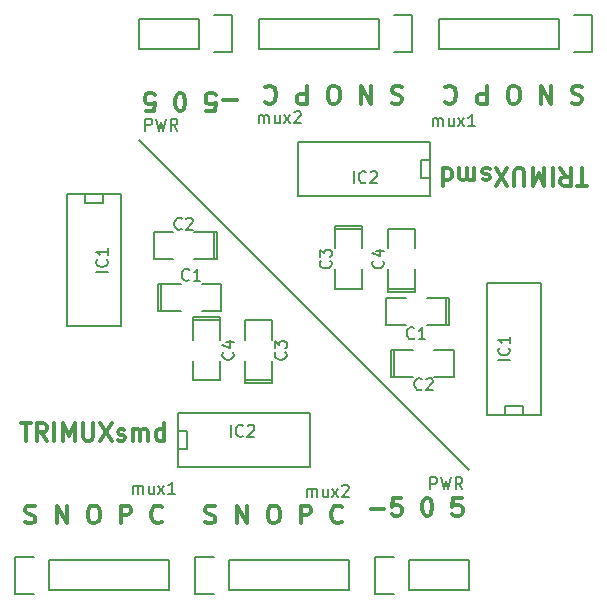
<source format=gto>
G04 #@! TF.FileFunction,Legend,Top*
%FSLAX46Y46*%
G04 Gerber Fmt 4.6, Leading zero omitted, Abs format (unit mm)*
G04 Created by KiCad (PCBNEW 4.0.5) date 03/25/17 21:50:00*
%MOMM*%
%LPD*%
G01*
G04 APERTURE LIST*
%ADD10C,0.100000*%
%ADD11C,0.300000*%
%ADD12C,0.200000*%
%ADD13C,0.150000*%
G04 APERTURE END LIST*
D10*
D11*
X102432714Y-55082357D02*
X102218428Y-55010929D01*
X101861285Y-55010929D01*
X101718428Y-55082357D01*
X101646999Y-55153786D01*
X101575571Y-55296643D01*
X101575571Y-55439500D01*
X101646999Y-55582357D01*
X101718428Y-55653786D01*
X101861285Y-55725214D01*
X102146999Y-55796643D01*
X102289857Y-55868071D01*
X102361285Y-55939500D01*
X102432714Y-56082357D01*
X102432714Y-56225214D01*
X102361285Y-56368071D01*
X102289857Y-56439500D01*
X102146999Y-56510929D01*
X101789857Y-56510929D01*
X101575571Y-56439500D01*
X99789857Y-55010929D02*
X99789857Y-56510929D01*
X98932714Y-55010929D01*
X98932714Y-56510929D01*
X96789857Y-56510929D02*
X96504143Y-56510929D01*
X96361285Y-56439500D01*
X96218428Y-56296643D01*
X96147000Y-56010929D01*
X96147000Y-55510929D01*
X96218428Y-55225214D01*
X96361285Y-55082357D01*
X96504143Y-55010929D01*
X96789857Y-55010929D01*
X96932714Y-55082357D01*
X97075571Y-55225214D01*
X97147000Y-55510929D01*
X97147000Y-56010929D01*
X97075571Y-56296643D01*
X96932714Y-56439500D01*
X96789857Y-56510929D01*
X94361285Y-55010929D02*
X94361285Y-56510929D01*
X93789857Y-56510929D01*
X93646999Y-56439500D01*
X93575571Y-56368071D01*
X93504142Y-56225214D01*
X93504142Y-56010929D01*
X93575571Y-55868071D01*
X93646999Y-55796643D01*
X93789857Y-55725214D01*
X94361285Y-55725214D01*
X90861285Y-55153786D02*
X90932714Y-55082357D01*
X91147000Y-55010929D01*
X91289857Y-55010929D01*
X91504142Y-55082357D01*
X91647000Y-55225214D01*
X91718428Y-55368071D01*
X91789857Y-55653786D01*
X91789857Y-55868071D01*
X91718428Y-56153786D01*
X91647000Y-56296643D01*
X91504142Y-56439500D01*
X91289857Y-56510929D01*
X91147000Y-56510929D01*
X90932714Y-56439500D01*
X90861285Y-56368071D01*
X87192714Y-55082357D02*
X86978428Y-55010929D01*
X86621285Y-55010929D01*
X86478428Y-55082357D01*
X86406999Y-55153786D01*
X86335571Y-55296643D01*
X86335571Y-55439500D01*
X86406999Y-55582357D01*
X86478428Y-55653786D01*
X86621285Y-55725214D01*
X86906999Y-55796643D01*
X87049857Y-55868071D01*
X87121285Y-55939500D01*
X87192714Y-56082357D01*
X87192714Y-56225214D01*
X87121285Y-56368071D01*
X87049857Y-56439500D01*
X86906999Y-56510929D01*
X86549857Y-56510929D01*
X86335571Y-56439500D01*
X84549857Y-55010929D02*
X84549857Y-56510929D01*
X83692714Y-55010929D01*
X83692714Y-56510929D01*
X81549857Y-56510929D02*
X81264143Y-56510929D01*
X81121285Y-56439500D01*
X80978428Y-56296643D01*
X80907000Y-56010929D01*
X80907000Y-55510929D01*
X80978428Y-55225214D01*
X81121285Y-55082357D01*
X81264143Y-55010929D01*
X81549857Y-55010929D01*
X81692714Y-55082357D01*
X81835571Y-55225214D01*
X81907000Y-55510929D01*
X81907000Y-56010929D01*
X81835571Y-56296643D01*
X81692714Y-56439500D01*
X81549857Y-56510929D01*
X79121285Y-55010929D02*
X79121285Y-56510929D01*
X78549857Y-56510929D01*
X78406999Y-56439500D01*
X78335571Y-56368071D01*
X78264142Y-56225214D01*
X78264142Y-56010929D01*
X78335571Y-55868071D01*
X78406999Y-55796643D01*
X78549857Y-55725214D01*
X79121285Y-55725214D01*
X75621285Y-55153786D02*
X75692714Y-55082357D01*
X75907000Y-55010929D01*
X76049857Y-55010929D01*
X76264142Y-55082357D01*
X76407000Y-55225214D01*
X76478428Y-55368071D01*
X76549857Y-55653786D01*
X76549857Y-55868071D01*
X76478428Y-56153786D01*
X76407000Y-56296643D01*
X76264142Y-56439500D01*
X76049857Y-56510929D01*
X75907000Y-56510929D01*
X75692714Y-56439500D01*
X75621285Y-56368071D01*
X73199142Y-56217357D02*
X72056285Y-56217357D01*
X70627713Y-57145929D02*
X71341999Y-57145929D01*
X71413428Y-56431643D01*
X71341999Y-56503071D01*
X71199142Y-56574500D01*
X70841999Y-56574500D01*
X70699142Y-56503071D01*
X70627713Y-56431643D01*
X70556285Y-56288786D01*
X70556285Y-55931643D01*
X70627713Y-55788786D01*
X70699142Y-55717357D01*
X70841999Y-55645929D01*
X71199142Y-55645929D01*
X71341999Y-55717357D01*
X71413428Y-55788786D01*
X68484857Y-57145929D02*
X68342000Y-57145929D01*
X68199143Y-57074500D01*
X68127714Y-57003071D01*
X68056285Y-56860214D01*
X67984857Y-56574500D01*
X67984857Y-56217357D01*
X68056285Y-55931643D01*
X68127714Y-55788786D01*
X68199143Y-55717357D01*
X68342000Y-55645929D01*
X68484857Y-55645929D01*
X68627714Y-55717357D01*
X68699143Y-55788786D01*
X68770571Y-55931643D01*
X68842000Y-56217357D01*
X68842000Y-56574500D01*
X68770571Y-56860214D01*
X68699143Y-57003071D01*
X68627714Y-57074500D01*
X68484857Y-57145929D01*
X65484857Y-57145929D02*
X66199143Y-57145929D01*
X66270572Y-56431643D01*
X66199143Y-56503071D01*
X66056286Y-56574500D01*
X65699143Y-56574500D01*
X65556286Y-56503071D01*
X65484857Y-56431643D01*
X65413429Y-56288786D01*
X65413429Y-55931643D01*
X65484857Y-55788786D01*
X65556286Y-55717357D01*
X65699143Y-55645929D01*
X66056286Y-55645929D01*
X66199143Y-55717357D01*
X66270572Y-55788786D01*
X102825572Y-63495929D02*
X101968429Y-63495929D01*
X102397000Y-61995929D02*
X102397000Y-63495929D01*
X100611286Y-61995929D02*
X101111286Y-62710214D01*
X101468429Y-61995929D02*
X101468429Y-63495929D01*
X100897001Y-63495929D01*
X100754143Y-63424500D01*
X100682715Y-63353071D01*
X100611286Y-63210214D01*
X100611286Y-62995929D01*
X100682715Y-62853071D01*
X100754143Y-62781643D01*
X100897001Y-62710214D01*
X101468429Y-62710214D01*
X99968429Y-61995929D02*
X99968429Y-63495929D01*
X99254143Y-61995929D02*
X99254143Y-63495929D01*
X98754143Y-62424500D01*
X98254143Y-63495929D01*
X98254143Y-61995929D01*
X97539857Y-63495929D02*
X97539857Y-62281643D01*
X97468429Y-62138786D01*
X97397000Y-62067357D01*
X97254143Y-61995929D01*
X96968429Y-61995929D01*
X96825571Y-62067357D01*
X96754143Y-62138786D01*
X96682714Y-62281643D01*
X96682714Y-63495929D01*
X96111285Y-63495929D02*
X95111285Y-61995929D01*
X95111285Y-63495929D02*
X96111285Y-61995929D01*
X94611286Y-62067357D02*
X94468429Y-61995929D01*
X94182714Y-61995929D01*
X94039857Y-62067357D01*
X93968429Y-62210214D01*
X93968429Y-62281643D01*
X94039857Y-62424500D01*
X94182714Y-62495929D01*
X94397000Y-62495929D01*
X94539857Y-62567357D01*
X94611286Y-62710214D01*
X94611286Y-62781643D01*
X94539857Y-62924500D01*
X94397000Y-62995929D01*
X94182714Y-62995929D01*
X94039857Y-62924500D01*
X93325571Y-61995929D02*
X93325571Y-62995929D01*
X93325571Y-62853071D02*
X93254143Y-62924500D01*
X93111285Y-62995929D01*
X92897000Y-62995929D01*
X92754143Y-62924500D01*
X92682714Y-62781643D01*
X92682714Y-61995929D01*
X92682714Y-62781643D02*
X92611285Y-62924500D01*
X92468428Y-62995929D01*
X92254143Y-62995929D01*
X92111285Y-62924500D01*
X92039857Y-62781643D01*
X92039857Y-61995929D01*
X90682714Y-61995929D02*
X90682714Y-63495929D01*
X90682714Y-62067357D02*
X90825571Y-61995929D01*
X91111285Y-61995929D01*
X91254143Y-62067357D01*
X91325571Y-62138786D01*
X91397000Y-62281643D01*
X91397000Y-62710214D01*
X91325571Y-62853071D01*
X91254143Y-62924500D01*
X91111285Y-62995929D01*
X90825571Y-62995929D01*
X90682714Y-62924500D01*
D12*
X64897000Y-59626500D02*
X92837000Y-87566500D01*
D11*
X54908428Y-83570071D02*
X55765571Y-83570071D01*
X55337000Y-85070071D02*
X55337000Y-83570071D01*
X57122714Y-85070071D02*
X56622714Y-84355786D01*
X56265571Y-85070071D02*
X56265571Y-83570071D01*
X56836999Y-83570071D01*
X56979857Y-83641500D01*
X57051285Y-83712929D01*
X57122714Y-83855786D01*
X57122714Y-84070071D01*
X57051285Y-84212929D01*
X56979857Y-84284357D01*
X56836999Y-84355786D01*
X56265571Y-84355786D01*
X57765571Y-85070071D02*
X57765571Y-83570071D01*
X58479857Y-85070071D02*
X58479857Y-83570071D01*
X58979857Y-84641500D01*
X59479857Y-83570071D01*
X59479857Y-85070071D01*
X60194143Y-83570071D02*
X60194143Y-84784357D01*
X60265571Y-84927214D01*
X60337000Y-84998643D01*
X60479857Y-85070071D01*
X60765571Y-85070071D01*
X60908429Y-84998643D01*
X60979857Y-84927214D01*
X61051286Y-84784357D01*
X61051286Y-83570071D01*
X61622715Y-83570071D02*
X62622715Y-85070071D01*
X62622715Y-83570071D02*
X61622715Y-85070071D01*
X63122714Y-84998643D02*
X63265571Y-85070071D01*
X63551286Y-85070071D01*
X63694143Y-84998643D01*
X63765571Y-84855786D01*
X63765571Y-84784357D01*
X63694143Y-84641500D01*
X63551286Y-84570071D01*
X63337000Y-84570071D01*
X63194143Y-84498643D01*
X63122714Y-84355786D01*
X63122714Y-84284357D01*
X63194143Y-84141500D01*
X63337000Y-84070071D01*
X63551286Y-84070071D01*
X63694143Y-84141500D01*
X64408429Y-85070071D02*
X64408429Y-84070071D01*
X64408429Y-84212929D02*
X64479857Y-84141500D01*
X64622715Y-84070071D01*
X64837000Y-84070071D01*
X64979857Y-84141500D01*
X65051286Y-84284357D01*
X65051286Y-85070071D01*
X65051286Y-84284357D02*
X65122715Y-84141500D01*
X65265572Y-84070071D01*
X65479857Y-84070071D01*
X65622715Y-84141500D01*
X65694143Y-84284357D01*
X65694143Y-85070071D01*
X67051286Y-85070071D02*
X67051286Y-83570071D01*
X67051286Y-84998643D02*
X66908429Y-85070071D01*
X66622715Y-85070071D01*
X66479857Y-84998643D01*
X66408429Y-84927214D01*
X66337000Y-84784357D01*
X66337000Y-84355786D01*
X66408429Y-84212929D01*
X66479857Y-84141500D01*
X66622715Y-84070071D01*
X66908429Y-84070071D01*
X67051286Y-84141500D01*
X84534858Y-90848643D02*
X85677715Y-90848643D01*
X87106287Y-89920071D02*
X86392001Y-89920071D01*
X86320572Y-90634357D01*
X86392001Y-90562929D01*
X86534858Y-90491500D01*
X86892001Y-90491500D01*
X87034858Y-90562929D01*
X87106287Y-90634357D01*
X87177715Y-90777214D01*
X87177715Y-91134357D01*
X87106287Y-91277214D01*
X87034858Y-91348643D01*
X86892001Y-91420071D01*
X86534858Y-91420071D01*
X86392001Y-91348643D01*
X86320572Y-91277214D01*
X89249143Y-89920071D02*
X89392000Y-89920071D01*
X89534857Y-89991500D01*
X89606286Y-90062929D01*
X89677715Y-90205786D01*
X89749143Y-90491500D01*
X89749143Y-90848643D01*
X89677715Y-91134357D01*
X89606286Y-91277214D01*
X89534857Y-91348643D01*
X89392000Y-91420071D01*
X89249143Y-91420071D01*
X89106286Y-91348643D01*
X89034857Y-91277214D01*
X88963429Y-91134357D01*
X88892000Y-90848643D01*
X88892000Y-90491500D01*
X88963429Y-90205786D01*
X89034857Y-90062929D01*
X89106286Y-89991500D01*
X89249143Y-89920071D01*
X92249143Y-89920071D02*
X91534857Y-89920071D01*
X91463428Y-90634357D01*
X91534857Y-90562929D01*
X91677714Y-90491500D01*
X92034857Y-90491500D01*
X92177714Y-90562929D01*
X92249143Y-90634357D01*
X92320571Y-90777214D01*
X92320571Y-91134357D01*
X92249143Y-91277214D01*
X92177714Y-91348643D01*
X92034857Y-91420071D01*
X91677714Y-91420071D01*
X91534857Y-91348643D01*
X91463428Y-91277214D01*
X70541286Y-91983643D02*
X70755572Y-92055071D01*
X71112715Y-92055071D01*
X71255572Y-91983643D01*
X71327001Y-91912214D01*
X71398429Y-91769357D01*
X71398429Y-91626500D01*
X71327001Y-91483643D01*
X71255572Y-91412214D01*
X71112715Y-91340786D01*
X70827001Y-91269357D01*
X70684143Y-91197929D01*
X70612715Y-91126500D01*
X70541286Y-90983643D01*
X70541286Y-90840786D01*
X70612715Y-90697929D01*
X70684143Y-90626500D01*
X70827001Y-90555071D01*
X71184143Y-90555071D01*
X71398429Y-90626500D01*
X73184143Y-92055071D02*
X73184143Y-90555071D01*
X74041286Y-92055071D01*
X74041286Y-90555071D01*
X76184143Y-90555071D02*
X76469857Y-90555071D01*
X76612715Y-90626500D01*
X76755572Y-90769357D01*
X76827000Y-91055071D01*
X76827000Y-91555071D01*
X76755572Y-91840786D01*
X76612715Y-91983643D01*
X76469857Y-92055071D01*
X76184143Y-92055071D01*
X76041286Y-91983643D01*
X75898429Y-91840786D01*
X75827000Y-91555071D01*
X75827000Y-91055071D01*
X75898429Y-90769357D01*
X76041286Y-90626500D01*
X76184143Y-90555071D01*
X78612715Y-92055071D02*
X78612715Y-90555071D01*
X79184143Y-90555071D01*
X79327001Y-90626500D01*
X79398429Y-90697929D01*
X79469858Y-90840786D01*
X79469858Y-91055071D01*
X79398429Y-91197929D01*
X79327001Y-91269357D01*
X79184143Y-91340786D01*
X78612715Y-91340786D01*
X82112715Y-91912214D02*
X82041286Y-91983643D01*
X81827000Y-92055071D01*
X81684143Y-92055071D01*
X81469858Y-91983643D01*
X81327000Y-91840786D01*
X81255572Y-91697929D01*
X81184143Y-91412214D01*
X81184143Y-91197929D01*
X81255572Y-90912214D01*
X81327000Y-90769357D01*
X81469858Y-90626500D01*
X81684143Y-90555071D01*
X81827000Y-90555071D01*
X82041286Y-90626500D01*
X82112715Y-90697929D01*
X55301286Y-91983643D02*
X55515572Y-92055071D01*
X55872715Y-92055071D01*
X56015572Y-91983643D01*
X56087001Y-91912214D01*
X56158429Y-91769357D01*
X56158429Y-91626500D01*
X56087001Y-91483643D01*
X56015572Y-91412214D01*
X55872715Y-91340786D01*
X55587001Y-91269357D01*
X55444143Y-91197929D01*
X55372715Y-91126500D01*
X55301286Y-90983643D01*
X55301286Y-90840786D01*
X55372715Y-90697929D01*
X55444143Y-90626500D01*
X55587001Y-90555071D01*
X55944143Y-90555071D01*
X56158429Y-90626500D01*
X57944143Y-92055071D02*
X57944143Y-90555071D01*
X58801286Y-92055071D01*
X58801286Y-90555071D01*
X60944143Y-90555071D02*
X61229857Y-90555071D01*
X61372715Y-90626500D01*
X61515572Y-90769357D01*
X61587000Y-91055071D01*
X61587000Y-91555071D01*
X61515572Y-91840786D01*
X61372715Y-91983643D01*
X61229857Y-92055071D01*
X60944143Y-92055071D01*
X60801286Y-91983643D01*
X60658429Y-91840786D01*
X60587000Y-91555071D01*
X60587000Y-91055071D01*
X60658429Y-90769357D01*
X60801286Y-90626500D01*
X60944143Y-90555071D01*
X63372715Y-92055071D02*
X63372715Y-90555071D01*
X63944143Y-90555071D01*
X64087001Y-90626500D01*
X64158429Y-90697929D01*
X64229858Y-90840786D01*
X64229858Y-91055071D01*
X64158429Y-91197929D01*
X64087001Y-91269357D01*
X63944143Y-91340786D01*
X63372715Y-91340786D01*
X66872715Y-91912214D02*
X66801286Y-91983643D01*
X66587000Y-92055071D01*
X66444143Y-92055071D01*
X66229858Y-91983643D01*
X66087000Y-91840786D01*
X66015572Y-91697929D01*
X65944143Y-91412214D01*
X65944143Y-91197929D01*
X66015572Y-90912214D01*
X66087000Y-90769357D01*
X66229858Y-90626500D01*
X66444143Y-90555071D01*
X66587000Y-90555071D01*
X66801286Y-90626500D01*
X66872715Y-90697929D01*
D13*
X69977000Y-49339500D02*
X64897000Y-49339500D01*
X64897000Y-49339500D02*
X64897000Y-51879500D01*
X64897000Y-51879500D02*
X69977000Y-51879500D01*
X72797000Y-52159500D02*
X71247000Y-52159500D01*
X69977000Y-51879500D02*
X69977000Y-49339500D01*
X71247000Y-49059500D02*
X72797000Y-49059500D01*
X72797000Y-49059500D02*
X72797000Y-52159500D01*
X86487000Y-49059500D02*
X88037000Y-49059500D01*
X88037000Y-49059500D02*
X88037000Y-52159500D01*
X88037000Y-52159500D02*
X86487000Y-52159500D01*
X85217000Y-51879500D02*
X75057000Y-51879500D01*
X75057000Y-51879500D02*
X75057000Y-49339500D01*
X75057000Y-49339500D02*
X85217000Y-49339500D01*
X85217000Y-51879500D02*
X85217000Y-49339500D01*
X101727000Y-49059500D02*
X103277000Y-49059500D01*
X103277000Y-49059500D02*
X103277000Y-52159500D01*
X103277000Y-52159500D02*
X101727000Y-52159500D01*
X100457000Y-51879500D02*
X90297000Y-51879500D01*
X90297000Y-51879500D02*
X90297000Y-49339500D01*
X90297000Y-49339500D02*
X100457000Y-49339500D01*
X100457000Y-51879500D02*
X100457000Y-49339500D01*
X89535000Y-62801500D02*
X88773000Y-62801500D01*
X88773000Y-62801500D02*
X88773000Y-61277500D01*
X88773000Y-61277500D02*
X89535000Y-61277500D01*
X78359000Y-64325500D02*
X78359000Y-59753500D01*
X78359000Y-59753500D02*
X89535000Y-59753500D01*
X89535000Y-59753500D02*
X89535000Y-64325500D01*
X89535000Y-64325500D02*
X78359000Y-64325500D01*
X95885000Y-82867500D02*
X95885000Y-82105500D01*
X95885000Y-82105500D02*
X97409000Y-82105500D01*
X97409000Y-82105500D02*
X97409000Y-82867500D01*
X94361000Y-71691500D02*
X98933000Y-71691500D01*
X98933000Y-71691500D02*
X98933000Y-82867500D01*
X98933000Y-82867500D02*
X94361000Y-82867500D01*
X94361000Y-82867500D02*
X94361000Y-71691500D01*
X85979000Y-72199500D02*
X85979000Y-72453500D01*
X85979000Y-72453500D02*
X88265000Y-72453500D01*
X88265000Y-72453500D02*
X88265000Y-72199500D01*
X85979000Y-72199500D02*
X88265000Y-72199500D01*
X88265000Y-72199500D02*
X88265000Y-70548500D01*
X85979000Y-68770500D02*
X85979000Y-67119500D01*
X85979000Y-67119500D02*
X88265000Y-67119500D01*
X88265000Y-67119500D02*
X88265000Y-68770500D01*
X85979000Y-70548500D02*
X85979000Y-72199500D01*
X83820000Y-67119500D02*
X83820000Y-66865500D01*
X83820000Y-66865500D02*
X81534000Y-66865500D01*
X81534000Y-66865500D02*
X81534000Y-67119500D01*
X83820000Y-67119500D02*
X81534000Y-67119500D01*
X81534000Y-67119500D02*
X81534000Y-68770500D01*
X83820000Y-70548500D02*
X83820000Y-72199500D01*
X83820000Y-72199500D02*
X81534000Y-72199500D01*
X81534000Y-72199500D02*
X81534000Y-70548500D01*
X83820000Y-68770500D02*
X83820000Y-67119500D01*
X86487000Y-77406500D02*
X86233000Y-77406500D01*
X86233000Y-77406500D02*
X86233000Y-79692500D01*
X86233000Y-79692500D02*
X86487000Y-79692500D01*
X86487000Y-77406500D02*
X86487000Y-79692500D01*
X86487000Y-79692500D02*
X88138000Y-79692500D01*
X89916000Y-77406500D02*
X91567000Y-77406500D01*
X91567000Y-77406500D02*
X91567000Y-79692500D01*
X91567000Y-79692500D02*
X89916000Y-79692500D01*
X88138000Y-77406500D02*
X86487000Y-77406500D01*
X90932000Y-75247500D02*
X91186000Y-75247500D01*
X91186000Y-75247500D02*
X91186000Y-72961500D01*
X91186000Y-72961500D02*
X90932000Y-72961500D01*
X90932000Y-75247500D02*
X90932000Y-72961500D01*
X90932000Y-72961500D02*
X89281000Y-72961500D01*
X87503000Y-75247500D02*
X85852000Y-75247500D01*
X85852000Y-75247500D02*
X85852000Y-72961500D01*
X85852000Y-72961500D02*
X87503000Y-72961500D01*
X89281000Y-75247500D02*
X90932000Y-75247500D01*
X66802000Y-71818500D02*
X66548000Y-71818500D01*
X66548000Y-71818500D02*
X66548000Y-74104500D01*
X66548000Y-74104500D02*
X66802000Y-74104500D01*
X66802000Y-71818500D02*
X66802000Y-74104500D01*
X66802000Y-74104500D02*
X68453000Y-74104500D01*
X70231000Y-71818500D02*
X71882000Y-71818500D01*
X71882000Y-71818500D02*
X71882000Y-74104500D01*
X71882000Y-74104500D02*
X70231000Y-74104500D01*
X68453000Y-71818500D02*
X66802000Y-71818500D01*
X71247000Y-69659500D02*
X71501000Y-69659500D01*
X71501000Y-69659500D02*
X71501000Y-67373500D01*
X71501000Y-67373500D02*
X71247000Y-67373500D01*
X71247000Y-69659500D02*
X71247000Y-67373500D01*
X71247000Y-67373500D02*
X69596000Y-67373500D01*
X67818000Y-69659500D02*
X66167000Y-69659500D01*
X66167000Y-69659500D02*
X66167000Y-67373500D01*
X66167000Y-67373500D02*
X67818000Y-67373500D01*
X69596000Y-69659500D02*
X71247000Y-69659500D01*
X73914000Y-79946500D02*
X73914000Y-80200500D01*
X73914000Y-80200500D02*
X76200000Y-80200500D01*
X76200000Y-80200500D02*
X76200000Y-79946500D01*
X73914000Y-79946500D02*
X76200000Y-79946500D01*
X76200000Y-79946500D02*
X76200000Y-78295500D01*
X73914000Y-76517500D02*
X73914000Y-74866500D01*
X73914000Y-74866500D02*
X76200000Y-74866500D01*
X76200000Y-74866500D02*
X76200000Y-76517500D01*
X73914000Y-78295500D02*
X73914000Y-79946500D01*
X71755000Y-74866500D02*
X71755000Y-74612500D01*
X71755000Y-74612500D02*
X69469000Y-74612500D01*
X69469000Y-74612500D02*
X69469000Y-74866500D01*
X71755000Y-74866500D02*
X69469000Y-74866500D01*
X69469000Y-74866500D02*
X69469000Y-76517500D01*
X71755000Y-78295500D02*
X71755000Y-79946500D01*
X71755000Y-79946500D02*
X69469000Y-79946500D01*
X69469000Y-79946500D02*
X69469000Y-78295500D01*
X71755000Y-76517500D02*
X71755000Y-74866500D01*
X61849000Y-64198500D02*
X61849000Y-64960500D01*
X61849000Y-64960500D02*
X60325000Y-64960500D01*
X60325000Y-64960500D02*
X60325000Y-64198500D01*
X63373000Y-75374500D02*
X58801000Y-75374500D01*
X58801000Y-75374500D02*
X58801000Y-64198500D01*
X58801000Y-64198500D02*
X63373000Y-64198500D01*
X63373000Y-64198500D02*
X63373000Y-75374500D01*
X68199000Y-84264500D02*
X68961000Y-84264500D01*
X68961000Y-84264500D02*
X68961000Y-85788500D01*
X68961000Y-85788500D02*
X68199000Y-85788500D01*
X79375000Y-82740500D02*
X79375000Y-87312500D01*
X79375000Y-87312500D02*
X68199000Y-87312500D01*
X68199000Y-87312500D02*
X68199000Y-82740500D01*
X68199000Y-82740500D02*
X79375000Y-82740500D01*
X56007000Y-98006500D02*
X54457000Y-98006500D01*
X54457000Y-98006500D02*
X54457000Y-94906500D01*
X54457000Y-94906500D02*
X56007000Y-94906500D01*
X57277000Y-95186500D02*
X67437000Y-95186500D01*
X67437000Y-95186500D02*
X67437000Y-97726500D01*
X67437000Y-97726500D02*
X57277000Y-97726500D01*
X57277000Y-95186500D02*
X57277000Y-97726500D01*
X71247000Y-98006500D02*
X69697000Y-98006500D01*
X69697000Y-98006500D02*
X69697000Y-94906500D01*
X69697000Y-94906500D02*
X71247000Y-94906500D01*
X72517000Y-95186500D02*
X82677000Y-95186500D01*
X82677000Y-95186500D02*
X82677000Y-97726500D01*
X82677000Y-97726500D02*
X72517000Y-97726500D01*
X72517000Y-95186500D02*
X72517000Y-97726500D01*
X87757000Y-97726500D02*
X92837000Y-97726500D01*
X92837000Y-97726500D02*
X92837000Y-95186500D01*
X92837000Y-95186500D02*
X87757000Y-95186500D01*
X84937000Y-94906500D02*
X86487000Y-94906500D01*
X87757000Y-95186500D02*
X87757000Y-97726500D01*
X86487000Y-98006500D02*
X84937000Y-98006500D01*
X84937000Y-98006500D02*
X84937000Y-94906500D01*
X65468667Y-58808881D02*
X65468667Y-57808881D01*
X65849620Y-57808881D01*
X65944858Y-57856500D01*
X65992477Y-57904119D01*
X66040096Y-57999357D01*
X66040096Y-58142214D01*
X65992477Y-58237452D01*
X65944858Y-58285071D01*
X65849620Y-58332690D01*
X65468667Y-58332690D01*
X66373429Y-57808881D02*
X66611524Y-58808881D01*
X66802001Y-58094595D01*
X66992477Y-58808881D01*
X67230572Y-57808881D01*
X68182953Y-58808881D02*
X67849619Y-58332690D01*
X67611524Y-58808881D02*
X67611524Y-57808881D01*
X67992477Y-57808881D01*
X68087715Y-57856500D01*
X68135334Y-57904119D01*
X68182953Y-57999357D01*
X68182953Y-58142214D01*
X68135334Y-58237452D01*
X68087715Y-58285071D01*
X67992477Y-58332690D01*
X67611524Y-58332690D01*
X75073095Y-58173881D02*
X75073095Y-57507214D01*
X75073095Y-57602452D02*
X75120714Y-57554833D01*
X75215952Y-57507214D01*
X75358810Y-57507214D01*
X75454048Y-57554833D01*
X75501667Y-57650071D01*
X75501667Y-58173881D01*
X75501667Y-57650071D02*
X75549286Y-57554833D01*
X75644524Y-57507214D01*
X75787381Y-57507214D01*
X75882619Y-57554833D01*
X75930238Y-57650071D01*
X75930238Y-58173881D01*
X76835000Y-57507214D02*
X76835000Y-58173881D01*
X76406428Y-57507214D02*
X76406428Y-58031024D01*
X76454047Y-58126262D01*
X76549285Y-58173881D01*
X76692143Y-58173881D01*
X76787381Y-58126262D01*
X76835000Y-58078643D01*
X77215952Y-58173881D02*
X77739762Y-57507214D01*
X77215952Y-57507214D02*
X77739762Y-58173881D01*
X78073095Y-57269119D02*
X78120714Y-57221500D01*
X78215952Y-57173881D01*
X78454048Y-57173881D01*
X78549286Y-57221500D01*
X78596905Y-57269119D01*
X78644524Y-57364357D01*
X78644524Y-57459595D01*
X78596905Y-57602452D01*
X78025476Y-58173881D01*
X78644524Y-58173881D01*
X89805095Y-58427881D02*
X89805095Y-57761214D01*
X89805095Y-57856452D02*
X89852714Y-57808833D01*
X89947952Y-57761214D01*
X90090810Y-57761214D01*
X90186048Y-57808833D01*
X90233667Y-57904071D01*
X90233667Y-58427881D01*
X90233667Y-57904071D02*
X90281286Y-57808833D01*
X90376524Y-57761214D01*
X90519381Y-57761214D01*
X90614619Y-57808833D01*
X90662238Y-57904071D01*
X90662238Y-58427881D01*
X91567000Y-57761214D02*
X91567000Y-58427881D01*
X91138428Y-57761214D02*
X91138428Y-58285024D01*
X91186047Y-58380262D01*
X91281285Y-58427881D01*
X91424143Y-58427881D01*
X91519381Y-58380262D01*
X91567000Y-58332643D01*
X91947952Y-58427881D02*
X92471762Y-57761214D01*
X91947952Y-57761214D02*
X92471762Y-58427881D01*
X93376524Y-58427881D02*
X92805095Y-58427881D01*
X93090809Y-58427881D02*
X93090809Y-57427881D01*
X92995571Y-57570738D01*
X92900333Y-57665976D01*
X92805095Y-57713595D01*
X83097810Y-63253881D02*
X83097810Y-62253881D01*
X84145429Y-63158643D02*
X84097810Y-63206262D01*
X83954953Y-63253881D01*
X83859715Y-63253881D01*
X83716857Y-63206262D01*
X83621619Y-63111024D01*
X83574000Y-63015786D01*
X83526381Y-62825310D01*
X83526381Y-62682452D01*
X83574000Y-62491976D01*
X83621619Y-62396738D01*
X83716857Y-62301500D01*
X83859715Y-62253881D01*
X83954953Y-62253881D01*
X84097810Y-62301500D01*
X84145429Y-62349119D01*
X84526381Y-62349119D02*
X84574000Y-62301500D01*
X84669238Y-62253881D01*
X84907334Y-62253881D01*
X85002572Y-62301500D01*
X85050191Y-62349119D01*
X85097810Y-62444357D01*
X85097810Y-62539595D01*
X85050191Y-62682452D01*
X84478762Y-63253881D01*
X85097810Y-63253881D01*
X96337381Y-78255690D02*
X95337381Y-78255690D01*
X96242143Y-77208071D02*
X96289762Y-77255690D01*
X96337381Y-77398547D01*
X96337381Y-77493785D01*
X96289762Y-77636643D01*
X96194524Y-77731881D01*
X96099286Y-77779500D01*
X95908810Y-77827119D01*
X95765952Y-77827119D01*
X95575476Y-77779500D01*
X95480238Y-77731881D01*
X95385000Y-77636643D01*
X95337381Y-77493785D01*
X95337381Y-77398547D01*
X95385000Y-77255690D01*
X95432619Y-77208071D01*
X96337381Y-76255690D02*
X96337381Y-76827119D01*
X96337381Y-76541405D02*
X95337381Y-76541405D01*
X95480238Y-76636643D01*
X95575476Y-76731881D01*
X95623095Y-76827119D01*
X85574143Y-69826166D02*
X85621762Y-69873785D01*
X85669381Y-70016642D01*
X85669381Y-70111880D01*
X85621762Y-70254738D01*
X85526524Y-70349976D01*
X85431286Y-70397595D01*
X85240810Y-70445214D01*
X85097952Y-70445214D01*
X84907476Y-70397595D01*
X84812238Y-70349976D01*
X84717000Y-70254738D01*
X84669381Y-70111880D01*
X84669381Y-70016642D01*
X84717000Y-69873785D01*
X84764619Y-69826166D01*
X85002714Y-68969023D02*
X85669381Y-68969023D01*
X84621762Y-69207119D02*
X85336048Y-69445214D01*
X85336048Y-68826166D01*
X81129143Y-69826166D02*
X81176762Y-69873785D01*
X81224381Y-70016642D01*
X81224381Y-70111880D01*
X81176762Y-70254738D01*
X81081524Y-70349976D01*
X80986286Y-70397595D01*
X80795810Y-70445214D01*
X80652952Y-70445214D01*
X80462476Y-70397595D01*
X80367238Y-70349976D01*
X80272000Y-70254738D01*
X80224381Y-70111880D01*
X80224381Y-70016642D01*
X80272000Y-69873785D01*
X80319619Y-69826166D01*
X80224381Y-69492833D02*
X80224381Y-68873785D01*
X80605333Y-69207119D01*
X80605333Y-69064261D01*
X80652952Y-68969023D01*
X80700571Y-68921404D01*
X80795810Y-68873785D01*
X81033905Y-68873785D01*
X81129143Y-68921404D01*
X81176762Y-68969023D01*
X81224381Y-69064261D01*
X81224381Y-69349976D01*
X81176762Y-69445214D01*
X81129143Y-69492833D01*
X88860334Y-80684643D02*
X88812715Y-80732262D01*
X88669858Y-80779881D01*
X88574620Y-80779881D01*
X88431762Y-80732262D01*
X88336524Y-80637024D01*
X88288905Y-80541786D01*
X88241286Y-80351310D01*
X88241286Y-80208452D01*
X88288905Y-80017976D01*
X88336524Y-79922738D01*
X88431762Y-79827500D01*
X88574620Y-79779881D01*
X88669858Y-79779881D01*
X88812715Y-79827500D01*
X88860334Y-79875119D01*
X89241286Y-79875119D02*
X89288905Y-79827500D01*
X89384143Y-79779881D01*
X89622239Y-79779881D01*
X89717477Y-79827500D01*
X89765096Y-79875119D01*
X89812715Y-79970357D01*
X89812715Y-80065595D01*
X89765096Y-80208452D01*
X89193667Y-80779881D01*
X89812715Y-80779881D01*
X88225334Y-76366643D02*
X88177715Y-76414262D01*
X88034858Y-76461881D01*
X87939620Y-76461881D01*
X87796762Y-76414262D01*
X87701524Y-76319024D01*
X87653905Y-76223786D01*
X87606286Y-76033310D01*
X87606286Y-75890452D01*
X87653905Y-75699976D01*
X87701524Y-75604738D01*
X87796762Y-75509500D01*
X87939620Y-75461881D01*
X88034858Y-75461881D01*
X88177715Y-75509500D01*
X88225334Y-75557119D01*
X89177715Y-76461881D02*
X88606286Y-76461881D01*
X88892000Y-76461881D02*
X88892000Y-75461881D01*
X88796762Y-75604738D01*
X88701524Y-75699976D01*
X88606286Y-75747595D01*
X69175334Y-71413643D02*
X69127715Y-71461262D01*
X68984858Y-71508881D01*
X68889620Y-71508881D01*
X68746762Y-71461262D01*
X68651524Y-71366024D01*
X68603905Y-71270786D01*
X68556286Y-71080310D01*
X68556286Y-70937452D01*
X68603905Y-70746976D01*
X68651524Y-70651738D01*
X68746762Y-70556500D01*
X68889620Y-70508881D01*
X68984858Y-70508881D01*
X69127715Y-70556500D01*
X69175334Y-70604119D01*
X70127715Y-71508881D02*
X69556286Y-71508881D01*
X69842000Y-71508881D02*
X69842000Y-70508881D01*
X69746762Y-70651738D01*
X69651524Y-70746976D01*
X69556286Y-70794595D01*
X68540334Y-67095643D02*
X68492715Y-67143262D01*
X68349858Y-67190881D01*
X68254620Y-67190881D01*
X68111762Y-67143262D01*
X68016524Y-67048024D01*
X67968905Y-66952786D01*
X67921286Y-66762310D01*
X67921286Y-66619452D01*
X67968905Y-66428976D01*
X68016524Y-66333738D01*
X68111762Y-66238500D01*
X68254620Y-66190881D01*
X68349858Y-66190881D01*
X68492715Y-66238500D01*
X68540334Y-66286119D01*
X68921286Y-66286119D02*
X68968905Y-66238500D01*
X69064143Y-66190881D01*
X69302239Y-66190881D01*
X69397477Y-66238500D01*
X69445096Y-66286119D01*
X69492715Y-66381357D01*
X69492715Y-66476595D01*
X69445096Y-66619452D01*
X68873667Y-67190881D01*
X69492715Y-67190881D01*
X77319143Y-77573166D02*
X77366762Y-77620785D01*
X77414381Y-77763642D01*
X77414381Y-77858880D01*
X77366762Y-78001738D01*
X77271524Y-78096976D01*
X77176286Y-78144595D01*
X76985810Y-78192214D01*
X76842952Y-78192214D01*
X76652476Y-78144595D01*
X76557238Y-78096976D01*
X76462000Y-78001738D01*
X76414381Y-77858880D01*
X76414381Y-77763642D01*
X76462000Y-77620785D01*
X76509619Y-77573166D01*
X76414381Y-77239833D02*
X76414381Y-76620785D01*
X76795333Y-76954119D01*
X76795333Y-76811261D01*
X76842952Y-76716023D01*
X76890571Y-76668404D01*
X76985810Y-76620785D01*
X77223905Y-76620785D01*
X77319143Y-76668404D01*
X77366762Y-76716023D01*
X77414381Y-76811261D01*
X77414381Y-77096976D01*
X77366762Y-77192214D01*
X77319143Y-77239833D01*
X72874143Y-77573166D02*
X72921762Y-77620785D01*
X72969381Y-77763642D01*
X72969381Y-77858880D01*
X72921762Y-78001738D01*
X72826524Y-78096976D01*
X72731286Y-78144595D01*
X72540810Y-78192214D01*
X72397952Y-78192214D01*
X72207476Y-78144595D01*
X72112238Y-78096976D01*
X72017000Y-78001738D01*
X71969381Y-77858880D01*
X71969381Y-77763642D01*
X72017000Y-77620785D01*
X72064619Y-77573166D01*
X72302714Y-76716023D02*
X72969381Y-76716023D01*
X71921762Y-76954119D02*
X72636048Y-77192214D01*
X72636048Y-76573166D01*
X62301381Y-70762690D02*
X61301381Y-70762690D01*
X62206143Y-69715071D02*
X62253762Y-69762690D01*
X62301381Y-69905547D01*
X62301381Y-70000785D01*
X62253762Y-70143643D01*
X62158524Y-70238881D01*
X62063286Y-70286500D01*
X61872810Y-70334119D01*
X61729952Y-70334119D01*
X61539476Y-70286500D01*
X61444238Y-70238881D01*
X61349000Y-70143643D01*
X61301381Y-70000785D01*
X61301381Y-69905547D01*
X61349000Y-69762690D01*
X61396619Y-69715071D01*
X62301381Y-68762690D02*
X62301381Y-69334119D01*
X62301381Y-69048405D02*
X61301381Y-69048405D01*
X61444238Y-69143643D01*
X61539476Y-69238881D01*
X61587095Y-69334119D01*
X72683810Y-84716881D02*
X72683810Y-83716881D01*
X73731429Y-84621643D02*
X73683810Y-84669262D01*
X73540953Y-84716881D01*
X73445715Y-84716881D01*
X73302857Y-84669262D01*
X73207619Y-84574024D01*
X73160000Y-84478786D01*
X73112381Y-84288310D01*
X73112381Y-84145452D01*
X73160000Y-83954976D01*
X73207619Y-83859738D01*
X73302857Y-83764500D01*
X73445715Y-83716881D01*
X73540953Y-83716881D01*
X73683810Y-83764500D01*
X73731429Y-83812119D01*
X74112381Y-83812119D02*
X74160000Y-83764500D01*
X74255238Y-83716881D01*
X74493334Y-83716881D01*
X74588572Y-83764500D01*
X74636191Y-83812119D01*
X74683810Y-83907357D01*
X74683810Y-84002595D01*
X74636191Y-84145452D01*
X74064762Y-84716881D01*
X74683810Y-84716881D01*
X64405095Y-89542881D02*
X64405095Y-88876214D01*
X64405095Y-88971452D02*
X64452714Y-88923833D01*
X64547952Y-88876214D01*
X64690810Y-88876214D01*
X64786048Y-88923833D01*
X64833667Y-89019071D01*
X64833667Y-89542881D01*
X64833667Y-89019071D02*
X64881286Y-88923833D01*
X64976524Y-88876214D01*
X65119381Y-88876214D01*
X65214619Y-88923833D01*
X65262238Y-89019071D01*
X65262238Y-89542881D01*
X66167000Y-88876214D02*
X66167000Y-89542881D01*
X65738428Y-88876214D02*
X65738428Y-89400024D01*
X65786047Y-89495262D01*
X65881285Y-89542881D01*
X66024143Y-89542881D01*
X66119381Y-89495262D01*
X66167000Y-89447643D01*
X66547952Y-89542881D02*
X67071762Y-88876214D01*
X66547952Y-88876214D02*
X67071762Y-89542881D01*
X67976524Y-89542881D02*
X67405095Y-89542881D01*
X67690809Y-89542881D02*
X67690809Y-88542881D01*
X67595571Y-88685738D01*
X67500333Y-88780976D01*
X67405095Y-88828595D01*
X79137095Y-89796881D02*
X79137095Y-89130214D01*
X79137095Y-89225452D02*
X79184714Y-89177833D01*
X79279952Y-89130214D01*
X79422810Y-89130214D01*
X79518048Y-89177833D01*
X79565667Y-89273071D01*
X79565667Y-89796881D01*
X79565667Y-89273071D02*
X79613286Y-89177833D01*
X79708524Y-89130214D01*
X79851381Y-89130214D01*
X79946619Y-89177833D01*
X79994238Y-89273071D01*
X79994238Y-89796881D01*
X80899000Y-89130214D02*
X80899000Y-89796881D01*
X80470428Y-89130214D02*
X80470428Y-89654024D01*
X80518047Y-89749262D01*
X80613285Y-89796881D01*
X80756143Y-89796881D01*
X80851381Y-89749262D01*
X80899000Y-89701643D01*
X81279952Y-89796881D02*
X81803762Y-89130214D01*
X81279952Y-89130214D02*
X81803762Y-89796881D01*
X82137095Y-88892119D02*
X82184714Y-88844500D01*
X82279952Y-88796881D01*
X82518048Y-88796881D01*
X82613286Y-88844500D01*
X82660905Y-88892119D01*
X82708524Y-88987357D01*
X82708524Y-89082595D01*
X82660905Y-89225452D01*
X82089476Y-89796881D01*
X82708524Y-89796881D01*
X89598667Y-89161881D02*
X89598667Y-88161881D01*
X89979620Y-88161881D01*
X90074858Y-88209500D01*
X90122477Y-88257119D01*
X90170096Y-88352357D01*
X90170096Y-88495214D01*
X90122477Y-88590452D01*
X90074858Y-88638071D01*
X89979620Y-88685690D01*
X89598667Y-88685690D01*
X90503429Y-88161881D02*
X90741524Y-89161881D01*
X90932001Y-88447595D01*
X91122477Y-89161881D01*
X91360572Y-88161881D01*
X92312953Y-89161881D02*
X91979619Y-88685690D01*
X91741524Y-89161881D02*
X91741524Y-88161881D01*
X92122477Y-88161881D01*
X92217715Y-88209500D01*
X92265334Y-88257119D01*
X92312953Y-88352357D01*
X92312953Y-88495214D01*
X92265334Y-88590452D01*
X92217715Y-88638071D01*
X92122477Y-88685690D01*
X91741524Y-88685690D01*
M02*

</source>
